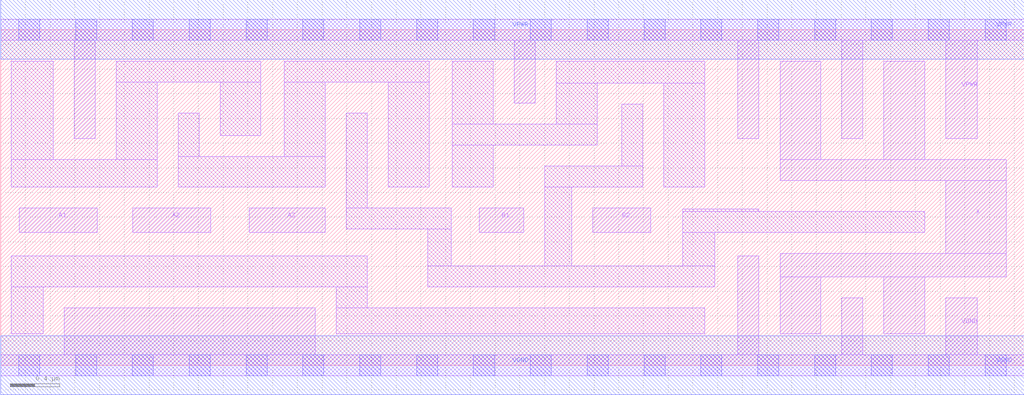
<source format=lef>
# Copyright 2020 The SkyWater PDK Authors
#
# Licensed under the Apache License, Version 2.0 (the "License");
# you may not use this file except in compliance with the License.
# You may obtain a copy of the License at
#
#     https://www.apache.org/licenses/LICENSE-2.0
#
# Unless required by applicable law or agreed to in writing, software
# distributed under the License is distributed on an "AS IS" BASIS,
# WITHOUT WARRANTIES OR CONDITIONS OF ANY KIND, either express or implied.
# See the License for the specific language governing permissions and
# limitations under the License.
#
# SPDX-License-Identifier: Apache-2.0

VERSION 5.7 ;
  NAMESCASESENSITIVE ON ;
  NOWIREEXTENSIONATPIN ON ;
  DIVIDERCHAR "/" ;
  BUSBITCHARS "[]" ;
UNITS
  DATABASE MICRONS 200 ;
END UNITS
MACRO sky130_fd_sc_hd__o32a_4
  CLASS CORE ;
  SOURCE USER ;
  FOREIGN sky130_fd_sc_hd__o32a_4 ;
  ORIGIN  0.000000  0.000000 ;
  SIZE  8.280000 BY  2.720000 ;
  SYMMETRY X Y R90 ;
  SITE unithd ;
  PIN A1
    ANTENNAGATEAREA  0.495000 ;
    DIRECTION INPUT ;
    USE SIGNAL ;
    PORT
      LAYER li1 ;
        RECT 0.150000 1.075000 0.780000 1.275000 ;
    END
  END A1
  PIN A2
    ANTENNAGATEAREA  0.495000 ;
    DIRECTION INPUT ;
    USE SIGNAL ;
    PORT
      LAYER li1 ;
        RECT 1.070000 1.075000 1.700000 1.275000 ;
    END
  END A2
  PIN A3
    ANTENNAGATEAREA  0.495000 ;
    DIRECTION INPUT ;
    USE SIGNAL ;
    PORT
      LAYER li1 ;
        RECT 2.010000 1.075000 2.625000 1.275000 ;
    END
  END A3
  PIN B1
    ANTENNAGATEAREA  0.495000 ;
    DIRECTION INPUT ;
    USE SIGNAL ;
    PORT
      LAYER li1 ;
        RECT 3.870000 1.075000 4.230000 1.275000 ;
    END
  END B1
  PIN B2
    ANTENNAGATEAREA  0.495000 ;
    DIRECTION INPUT ;
    USE SIGNAL ;
    PORT
      LAYER li1 ;
        RECT 4.790000 1.075000 5.260000 1.275000 ;
    END
  END B2
  PIN X
    ANTENNADIFFAREA  0.891000 ;
    DIRECTION OUTPUT ;
    USE SIGNAL ;
    PORT
      LAYER li1 ;
        RECT 6.305000 0.255000 6.635000 0.715000 ;
        RECT 6.305000 0.715000 8.135000 0.905000 ;
        RECT 6.305000 1.495000 8.135000 1.665000 ;
        RECT 6.305000 1.665000 6.635000 2.465000 ;
        RECT 7.145000 0.255000 7.475000 0.715000 ;
        RECT 7.145000 1.665000 7.475000 2.465000 ;
        RECT 7.645000 0.905000 8.135000 1.495000 ;
    END
  END X
  PIN VGND
    DIRECTION INOUT ;
    SHAPE ABUTMENT ;
    USE GROUND ;
    PORT
      LAYER li1 ;
        RECT 0.000000 -0.085000 8.280000 0.085000 ;
        RECT 0.515000  0.085000 2.545000 0.465000 ;
        RECT 5.965000  0.085000 6.135000 0.885000 ;
        RECT 6.805000  0.085000 6.975000 0.545000 ;
        RECT 7.645000  0.085000 7.900000 0.545000 ;
      LAYER mcon ;
        RECT 0.145000 -0.085000 0.315000 0.085000 ;
        RECT 0.605000 -0.085000 0.775000 0.085000 ;
        RECT 1.065000 -0.085000 1.235000 0.085000 ;
        RECT 1.525000 -0.085000 1.695000 0.085000 ;
        RECT 1.985000 -0.085000 2.155000 0.085000 ;
        RECT 2.445000 -0.085000 2.615000 0.085000 ;
        RECT 2.905000 -0.085000 3.075000 0.085000 ;
        RECT 3.365000 -0.085000 3.535000 0.085000 ;
        RECT 3.825000 -0.085000 3.995000 0.085000 ;
        RECT 4.285000 -0.085000 4.455000 0.085000 ;
        RECT 4.745000 -0.085000 4.915000 0.085000 ;
        RECT 5.205000 -0.085000 5.375000 0.085000 ;
        RECT 5.665000 -0.085000 5.835000 0.085000 ;
        RECT 6.125000 -0.085000 6.295000 0.085000 ;
        RECT 6.585000 -0.085000 6.755000 0.085000 ;
        RECT 7.045000 -0.085000 7.215000 0.085000 ;
        RECT 7.505000 -0.085000 7.675000 0.085000 ;
        RECT 7.965000 -0.085000 8.135000 0.085000 ;
      LAYER met1 ;
        RECT 0.000000 -0.240000 8.280000 0.240000 ;
    END
  END VGND
  PIN VPWR
    DIRECTION INOUT ;
    SHAPE ABUTMENT ;
    USE POWER ;
    PORT
      LAYER li1 ;
        RECT 0.000000 2.635000 8.280000 2.805000 ;
        RECT 0.595000 1.835000 0.765000 2.635000 ;
        RECT 4.155000 2.125000 4.325000 2.635000 ;
        RECT 5.965000 1.835000 6.135000 2.635000 ;
        RECT 6.805000 1.835000 6.975000 2.635000 ;
        RECT 7.645000 1.835000 7.900000 2.635000 ;
      LAYER mcon ;
        RECT 0.145000 2.635000 0.315000 2.805000 ;
        RECT 0.605000 2.635000 0.775000 2.805000 ;
        RECT 1.065000 2.635000 1.235000 2.805000 ;
        RECT 1.525000 2.635000 1.695000 2.805000 ;
        RECT 1.985000 2.635000 2.155000 2.805000 ;
        RECT 2.445000 2.635000 2.615000 2.805000 ;
        RECT 2.905000 2.635000 3.075000 2.805000 ;
        RECT 3.365000 2.635000 3.535000 2.805000 ;
        RECT 3.825000 2.635000 3.995000 2.805000 ;
        RECT 4.285000 2.635000 4.455000 2.805000 ;
        RECT 4.745000 2.635000 4.915000 2.805000 ;
        RECT 5.205000 2.635000 5.375000 2.805000 ;
        RECT 5.665000 2.635000 5.835000 2.805000 ;
        RECT 6.125000 2.635000 6.295000 2.805000 ;
        RECT 6.585000 2.635000 6.755000 2.805000 ;
        RECT 7.045000 2.635000 7.215000 2.805000 ;
        RECT 7.505000 2.635000 7.675000 2.805000 ;
        RECT 7.965000 2.635000 8.135000 2.805000 ;
      LAYER met1 ;
        RECT 0.000000 2.480000 8.280000 2.960000 ;
    END
  END VPWR
  OBS
    LAYER li1 ;
      RECT 0.085000 0.255000 0.345000 0.635000 ;
      RECT 0.085000 0.635000 2.965000 0.885000 ;
      RECT 0.085000 1.445000 1.265000 1.665000 ;
      RECT 0.085000 1.665000 0.425000 2.465000 ;
      RECT 0.935000 1.665000 1.265000 2.295000 ;
      RECT 0.935000 2.295000 2.105000 2.465000 ;
      RECT 1.435000 1.445000 2.625000 1.690000 ;
      RECT 1.435000 1.690000 1.605000 2.045000 ;
      RECT 1.775000 1.860000 2.105000 2.295000 ;
      RECT 2.295000 1.690000 2.625000 2.295000 ;
      RECT 2.295000 2.295000 3.465000 2.465000 ;
      RECT 2.715000 0.255000 5.695000 0.465000 ;
      RECT 2.715000 0.465000 2.965000 0.635000 ;
      RECT 2.795000 1.105000 3.645000 1.275000 ;
      RECT 2.795000 1.275000 2.965000 2.045000 ;
      RECT 3.135000 1.445000 3.465000 2.295000 ;
      RECT 3.455000 0.635000 5.775000 0.805000 ;
      RECT 3.455000 0.805000 3.645000 1.105000 ;
      RECT 3.655000 1.445000 3.985000 1.785000 ;
      RECT 3.655000 1.785000 4.825000 1.955000 ;
      RECT 3.655000 1.955000 3.985000 2.465000 ;
      RECT 4.400000 0.805000 4.620000 1.445000 ;
      RECT 4.400000 1.445000 5.195000 1.615000 ;
      RECT 4.495000 1.955000 4.825000 2.285000 ;
      RECT 4.495000 2.285000 5.695000 2.465000 ;
      RECT 5.025000 1.615000 5.195000 2.115000 ;
      RECT 5.365000 1.445000 5.695000 2.285000 ;
      RECT 5.520000 0.805000 5.775000 1.075000 ;
      RECT 5.520000 1.075000 7.475000 1.245000 ;
      RECT 5.520000 1.245000 6.135000 1.265000 ;
  END
END sky130_fd_sc_hd__o32a_4

</source>
